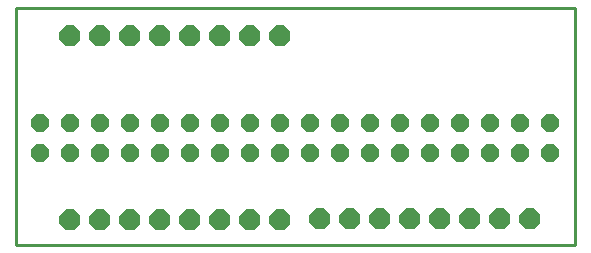
<source format=gtl>
G75*
%MOIN*%
%OFA0B0*%
%FSLAX25Y25*%
%IPPOS*%
%LPD*%
%AMOC8*
5,1,8,0,0,1.08239X$1,22.5*
%
%ADD10C,0.01000*%
%ADD11OC8,0.06000*%
%ADD12OC8,0.07000*%
D10*
X0002981Y0002981D02*
X0002981Y0082233D01*
X0189576Y0082233D01*
X0189576Y0002981D01*
X0002981Y0002981D01*
D11*
X0011013Y0033670D03*
X0021013Y0033670D03*
X0031013Y0033670D03*
X0041013Y0033670D03*
X0051013Y0033670D03*
X0061013Y0033670D03*
X0071013Y0033670D03*
X0081013Y0033670D03*
X0091013Y0033670D03*
X0101013Y0033670D03*
X0111013Y0033670D03*
X0121013Y0033670D03*
X0131013Y0033670D03*
X0141013Y0033670D03*
X0151013Y0033670D03*
X0161013Y0033670D03*
X0171013Y0033670D03*
X0181013Y0033670D03*
X0181013Y0043670D03*
X0171013Y0043670D03*
X0161013Y0043670D03*
X0151013Y0043670D03*
X0141013Y0043670D03*
X0131013Y0043670D03*
X0121013Y0043670D03*
X0111013Y0043670D03*
X0101013Y0043670D03*
X0091013Y0043670D03*
X0081013Y0043670D03*
X0071013Y0043670D03*
X0061013Y0043670D03*
X0051013Y0043670D03*
X0041013Y0043670D03*
X0031013Y0043670D03*
X0021013Y0043670D03*
X0011013Y0043670D03*
D12*
X0021013Y0072725D03*
X0031013Y0072725D03*
X0041013Y0072725D03*
X0051013Y0072725D03*
X0061013Y0072725D03*
X0071013Y0072725D03*
X0081013Y0072725D03*
X0091013Y0072725D03*
X0091013Y0011595D03*
X0081013Y0011595D03*
X0071013Y0011595D03*
X0061013Y0011595D03*
X0051013Y0011595D03*
X0041013Y0011595D03*
X0031013Y0011595D03*
X0021013Y0011595D03*
X0104517Y0011643D03*
X0114517Y0011643D03*
X0124517Y0011643D03*
X0134517Y0011643D03*
X0144517Y0011643D03*
X0154517Y0011643D03*
X0164517Y0011643D03*
X0174517Y0011643D03*
M02*

</source>
